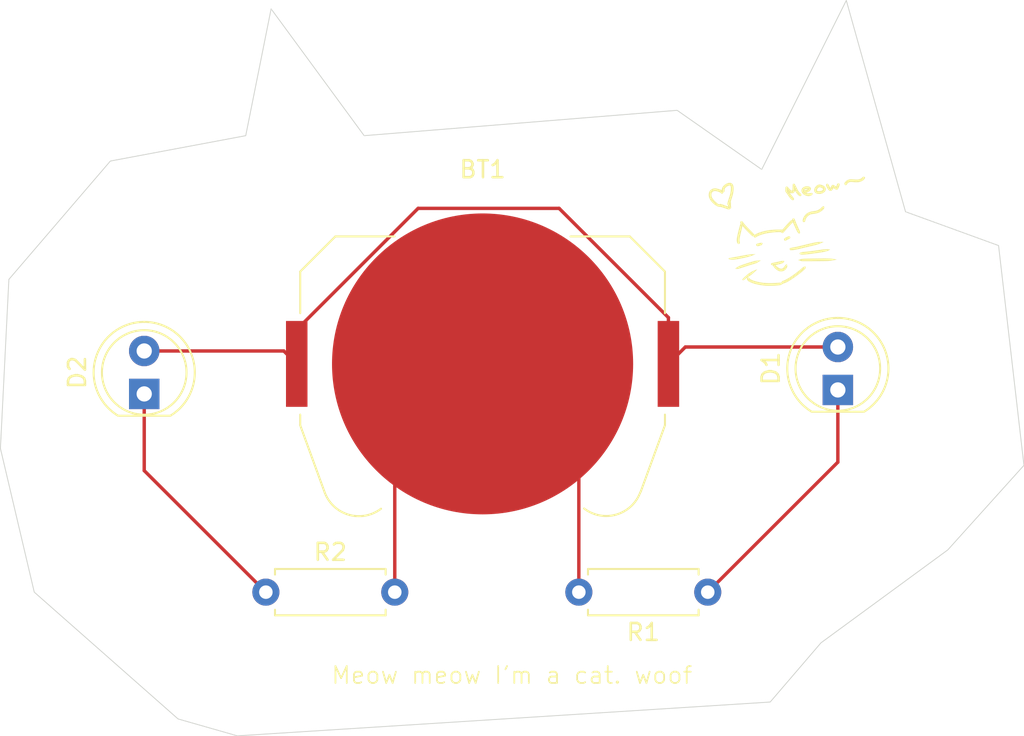
<source format=kicad_pcb>
(kicad_pcb (version 20241229) (generator "pcbnew") (generator_version "9.0")
  (layers (0 "F.Cu" signal) (2 "B.Cu" signal) (13 "F.Paste" user) (15 "B.Paste" user) (5 "F.SilkS" user "F.Silkscreen") (7 "B.SilkS" user "B.Silkscreen") (1 "F.Mask" user) (3 "B.Mask" user) (25 "Edge.Cuts" user))
  (net 0 "")
  (net 1 "Net-(BT1-+)")
  (net 2 "Net-(BT1--)")
  (net 3 "Net-(D1-K)")
  (net 4 "Net-(D2-K)")
  (footprint "Battery:BatteryHolder_Keystone_3034_1x20mm" (layer "F.Cu") (at 54.5 64.5)
    (property "Reference" "BT1" (at 0 -11.5 0) (layer "F.SilkS"))
    (property "Value" "Battery_Cell")
    (fp_line (start -10.78 -5.46) (end -10.78 -3) (stroke (width 0.12)) (layer "F.SilkS"))
    (fp_line (start -10.78 3) (end -10.78 3.63) (stroke (width 0.12)) (layer "F.SilkS"))
    (fp_line (start -10.78 3.63) (end -9.34 7.58) (stroke (width 0.12)) (layer "F.SilkS"))
    (fp_line (start -8.7 -7.54) (end -10.78 -5.46) (stroke (width 0.12)) (layer "F.SilkS"))
    (fp_line (start -5.2 -7.54) (end -8.7 -7.54) (stroke (width 0.12)) (layer "F.SilkS"))
    (fp_line (start 8.7 -7.54) (end 5.2 -7.54) (stroke (width 0.12)) (layer "F.SilkS"))
    (fp_line (start 8.7 -7.54) (end 10.78 -5.46) (stroke (width 0.12)) (layer "F.SilkS"))
    (fp_line (start 10.78 -5.46) (end 10.78 -3) (stroke (width 0.12)) (layer "F.SilkS"))
    (fp_line (start 10.78 3) (end 10.78 3.63) (stroke (width 0.12)) (layer "F.SilkS"))
    (fp_line (start 10.78 3.63) (end 9.34 7.58) (stroke (width 0.12)) (layer "F.SilkS"))
    (fp_arc (start -6.003354 8.56653) (mid -7.921654 8.918738) (end -9.34 7.58) (stroke (width 0.12)) (layer "F.SilkS"))
    (fp_arc (start 9.325243 7.588169) (mid 7.90634 8.911668) (end 6 8.55) (stroke (width 0.12)) (layer "F.SilkS"))
    (pad "1" smd rect (at -10.985 0) (size 1.27 5.08) (layers "F.Cu" "F.Mask" "F.Paste") (net 1 "Net-(BT1-+)"))
    (pad "1" smd rect (at 10.985 0) (size 1.27 5.08) (layers "F.Cu" "F.Mask" "F.Paste") (net 1 "Net-(BT1-+)"))
    (pad "2" smd circle (at 0 0) (size 17.8 17.8) (layers "F.Cu" "F.Mask") (net 2 "Net-(BT1--)"))
  )
  (footprint "LED_THT:LED_D5.0mm" (layer "F.Cu") (at 75.5 66.04 90)
    (property "Reference" "D1" (at 1.27 -3.96 90) (layer "F.SilkS"))
    (property "Value" "LED")
    (fp_line (start -1.29 -1.545) (end -1.29 1.545) (stroke (width 0.12)) (layer "F.SilkS"))
    (fp_arc (start -1.29 -1.54483) (mid 2.071779 -2.880495) (end 4.26 0) (stroke (width 0.12)) (layer "F.SilkS"))
    (fp_arc (start 4.26 0) (mid 2.071779 2.880495) (end -1.29 1.54483) (stroke (width 0.12)) (layer "F.SilkS"))
    (fp_circle (center 1.27 0) (end 3.77 0) (stroke (width 0.12)) (fill no) (layer "F.SilkS"))
    (pad "1" thru_hole rect (at 0 0 90) (size 1.8 1.8) (drill 0.9) (layers "*.Cu" "*.Mask") (net 3 "Net-(D1-K)"))
    (pad "2" thru_hole circle (at 2.54 0 90) (size 1.8 1.8) (drill 0.9) (layers "*.Cu" "*.Mask") (net 1 "Net-(BT1-+)"))
  )
  (footprint "Resistor_THT:R_Axial_DIN0207_L6.3mm_D2.5mm_P7.62mm_Horizontal" (layer "F.Cu") (at 41.69 78)
    (property "Reference" "R2" (at 3.81 -2.37 0) (layer "F.SilkS"))
    (property "Value" "R")
    (fp_line (start 0.54 -1.37) (end 7.08 -1.37) (stroke (width 0.12)) (layer "F.SilkS"))
    (fp_line (start 0.54 -1.04) (end 0.54 -1.37) (stroke (width 0.12)) (layer "F.SilkS"))
    (fp_line (start 0.54 1.04) (end 0.54 1.37) (stroke (width 0.12)) (layer "F.SilkS"))
    (fp_line (start 0.54 1.37) (end 7.08 1.37) (stroke (width 0.12)) (layer "F.SilkS"))
    (fp_line (start 7.08 -1.37) (end 7.08 -1.04) (stroke (width 0.12)) (layer "F.SilkS"))
    (fp_line (start 7.08 1.37) (end 7.08 1.04) (stroke (width 0.12)) (layer "F.SilkS"))
    (pad "1" thru_hole circle (at 0 0) (size 1.6 1.6) (drill 0.8) (layers "*.Cu" "*.Mask") (net 4 "Net-(D2-K)"))
    (pad "2" thru_hole circle (at 7.62 0) (size 1.6 1.6) (drill 0.8) (layers "*.Cu" "*.Mask") (net 2 "Net-(BT1--)"))
  )
  (footprint "LED_THT:LED_D5.0mm" (layer "F.Cu") (at 34.5 66.275 90)
    (property "Reference" "D2" (at 1.27 -3.96 90) (layer "F.SilkS"))
    (property "Value" "LED")
    (fp_line (start -1.29 -1.545) (end -1.29 1.545) (stroke (width 0.12)) (layer "F.SilkS"))
    (fp_arc (start -1.29 -1.54483) (mid 2.071779 -2.880495) (end 4.26 0) (stroke (width 0.12)) (layer "F.SilkS"))
    (fp_arc (start 4.26 0) (mid 2.071779 2.880495) (end -1.29 1.54483) (stroke (width 0.12)) (layer "F.SilkS"))
    (fp_circle (center 1.27 0) (end 3.77 0) (stroke (width 0.12)) (fill no) (layer "F.SilkS"))
    (pad "1" thru_hole rect (at 0 0 90) (size 1.8 1.8) (drill 0.9) (layers "*.Cu" "*.Mask") (net 4 "Net-(D2-K)"))
    (pad "2" thru_hole circle (at 2.54 0 90) (size 1.8 1.8) (drill 0.9) (layers "*.Cu" "*.Mask") (net 1 "Net-(BT1-+)"))
  )
  (footprint "LOGO" (layer "F.Cu") (at 72 58)
    (property "Reference" "G***" (hide yes))
    (property "Value" "LOGO" (hide yes))
    (fp_poly (pts (xy -1.000216 0.367266) (xy -1.001825 0.374234) (xy -1.00803 0.37508) (xy -1.017678 0.370792) (xy -1.015844 0.367266) (xy -1.001934 0.365863)) (fill yes) (layer "F.SilkS"))
    (fp_poly (pts (xy -0.9884 -0.657646) (xy -0.986809 -0.657125) (xy -0.940131 -0.64172) (xy -0.957666 -0.59924) (xy -0.975482 -0.562165) (xy -0.996292 -0.536523) (xy -1.026018 -0.517742) (xy -1.070584 -0.501243) (xy -1.09338 -0.494407) (xy -1.163106 -0.475609) (xy -1.21488 -0.465253) (xy -1.252437 -0.462878) (xy -1.279512 -0.468022) (xy -1.285576 -0.470673) (xy -1.308431 -0.490545) (xy -1.325401 -0.517902) (xy -1.33096 -0.556071) (xy -1.314552 -0.588347) (xy -1.277166 -0.613586) (xy -1.229668 -0.628644) (xy -1.179117 -0.639767) (xy -1.123457 -0.652177) (xy -1.099877 -0.657491) (xy -1.055409 -0.665621) (xy -1.021929 -0.665684)) (fill yes) (layer "F.SilkS"))
    (fp_poly (pts (xy 0.632354 -1.047187) (xy 0.659466 -1.028581) (xy 0.681941 -1.005965) (xy 0.69155 -0.986209) (xy 0.691555 -0.985883) (xy 0.685422 -0.953548) (xy 0.664976 -0.925375) (xy 0.627148 -0.898287) (xy 0.580447 -0.874466) (xy 0.53465 -0.852108) (xy 0.493587 -0.829961) (xy 0.464851 -0.812167) (xy 0.461138 -0.809406) (xy 0.422876 -0.789843) (xy 0.382903 -0.785975) (xy 0.348756 -0.797683) (xy 0.334721 -0.811376) (xy 0.31725 -0.852787) (xy 0.323005 -0.89288) (xy 0.351766 -0.930326) (xy 0.354568 -0.932756) (xy 0.384294 -0.953701) (xy 0.426517 -0.978191) (xy 0.475227 -1.003341) (xy 0.524417 -1.026262) (xy 0.568079 -1.044069) (xy 0.600205 -1.053876) (xy 0.608835 -1.054915)) (fill yes) (layer "F.SilkS"))
    (fp_poly (pts (xy -1.370111 1.013949) (xy -1.468371 1.105219) (xy -1.559418 1.183491) (xy -1.650326 1.254353) (xy -1.748167 1.323395) (xy -1.828519 1.376167) (xy -1.862471 1.399083) (xy -1.907027 1.430709) (xy -1.954266 1.46539) (xy -1.969791 1.477069) (xy -2.021225 1.514865) (xy -2.058727 1.538954) (xy -2.086051 1.551014) (xy -2.106954 1.552723) (xy -2.124481 1.546173) (xy -2.140716 1.533133) (xy -2.146327 1.517034) (xy -2.139989 1.495827) (xy -2.120374 1.467464) (xy -2.086153 1.429896) (xy -2.036 1.381074) (xy -1.989687 1.338178) (xy -1.933729 1.287822) (xy -1.878002 1.239141) (xy -1.827068 1.196019) (xy -1.785491 1.16234) (xy -1.764459 1.146505) (xy -1.690129 1.097947) (xy -1.604854 1.049017) (xy -1.515987 1.00349) (xy -1.430886 0.965138) (xy -1.358389 0.938203) (xy -1.25748 0.90628)) (fill yes) (layer "F.SilkS"))
    (fp_poly (pts (xy -1.416899 0.030578) (xy -1.466234 0.050501) (xy -1.517842 0.073412) (xy -1.541687 0.084901) (xy -1.593139 0.106744) (xy -1.664807 0.131185) (xy -1.753699 0.157492) (xy -1.856825 0.18493) (xy -1.971196 0.212769) (xy -2.093821 0.240274) (xy -2.221711 0.266714) (xy -2.351875 0.291355) (xy -2.461062 0.310174) (xy -2.564537 0.325548) (xy -2.651135 0.334456) (xy -2.726459 0.337081) (xy -2.796113 0.333606) (xy -2.865699 0.324213) (xy -2.869637 0.323528) (xy -2.920744 0.311279) (xy -2.949882 0.296147) (xy -2.955831 0.288917) (xy -2.961571 0.268468) (xy -2.951184 0.252681) (xy -2.92236 0.240033) (xy -2.872789 0.228997) (xy -2.862378 0.227212) (xy -2.82519 0.220761) (xy -2.76874 0.210628) (xy -2.696796 0.197513) (xy -2.613125 0.182118) (xy -2.521495 0.165143) (xy -2.425672 0.147288) (xy -2.329425 0.129254) (xy -2.236521 0.111743) (xy -2.150728 0.095455) (xy -2.075812 0.08109) (xy -2.052286 0.076535) (xy -1.860177 0.042836) (xy -1.688159 0.020256) (xy -1.53645 0.00882) (xy -1.486887 0.007437) (xy -1.350378 0.00557)) (fill yes) (layer "F.SilkS"))
    (fp_poly (pts (xy 2.926834 -0.285559) (xy 2.986071 -0.280726) (xy 3.006487 -0.277303) (xy 3.053354 -0.267435) (xy 3.018209 -0.249702) (xy 2.984373 -0.231013) (xy 2.947194 -0.208286) (xy 2.942039 -0.204926) (xy 2.896881 -0.18257) (xy 2.829002 -0.159862) (xy 2.739118 -0.136978) (xy 2.627945 -0.114091) (xy 2.496198 -0.091377) (xy 2.443885 -0.083278) (xy 2.252563 -0.055065) (xy 2.076144 -0.030292) (xy 1.915594 -0.009064) (xy 1.771883 0.008518) (xy 1.645976 0.022349) (xy 1.538843 0.032326) (xy 1.451451 0.038346) (xy 1.384767 0.040306) (xy 1.339758 0.038101) (xy 1.327727 0.035953) (xy 1.27438 0.017444) (xy 1.242696 -0.004762) (xy 1.231517 -0.029008) (xy 1.239686 -0.053636) (xy 1.266043 -0.076987) (xy 1.30943 -0.097402) (xy 1.368689 -0.113223) (xy 1.438389 -0.122469) (xy 1.548592 -0.132293) (xy 1.67682 -0.145686) (xy 1.818041 -0.162004) (xy 1.967218 -0.180603) (xy 2.119319 -0.200839) (xy 2.269308 -0.222068) (xy 2.412151 -0.243646) (xy 2.514213 -0.260112) (xy 2.593889 -0.271174) (xy 2.680501 -0.279443) (xy 2.768537 -0.284725) (xy 2.852485 -0.286828)) (fill yes) (layer "F.SilkS"))
    (fp_poly (pts (xy -1.107661 0.41587) (xy -1.155708 0.443213) (xy -1.205366 0.474997) (xy -1.234338 0.495692) (xy -1.300263 0.53469) (xy -1.387811 0.567516) (xy -1.392575 0.568939) (xy -1.519402 0.606581) (xy -1.629253 0.639612) (xy -1.727715 0.669775) (xy -1.820374 0.698817) (xy -1.91282 0.728482) (xy -2.010638 0.760516) (xy -2.086387 0.785646) (xy -2.179147 0.816172) (xy -2.253376 0.839619) (xy -2.312575 0.85691) (xy -2.360246 0.86897) (xy -2.399891 0.876725) (xy -2.435011 0.881099) (xy -2.452495 0.882337) (xy -2.496208 0.88395) (xy -2.530097 0.883764) (xy -2.548028 0.881849) (xy -2.549196 0.88123) (xy -2.555048 0.866973) (xy -2.54533 0.848782) (xy -2.518186 0.824474) (xy -2.475028 0.794034) (xy -2.42783 0.763858) (xy -2.379095 0.734628) (xy -2.338854 0.712349) (xy -2.336557 0.711175) (xy -2.299545 0.694711) (xy -2.243302 0.67272) (xy -2.171079 0.646304) (xy -2.086129 0.616565) (xy -1.991707 0.584604) (xy -1.891065 0.551525) (xy -1.787456 0.518429) (xy -1.684133 0.486419) (xy -1.590035 0.458262) (xy -1.509856 0.434912) (xy -1.447207 0.4174) (xy -1.397171 0.4048) (xy -1.354833 0.396187) (xy -1.315276 0.390638) (xy -1.273585 0.387226) (xy -1.224842 0.385029) (xy -1.19557 0.384074) (xy -1.037333 0.379192)) (fill yes) (layer "F.SilkS"))
    (fp_poly (pts (xy 5.031126 -4.580761) (xy 5.070167 -4.56559) (xy 5.091456 -4.544438) (xy 5.115779 -4.511717) (xy 5.087776 -4.458932) (xy 5.044251 -4.399842) (xy 4.980965 -4.346644) (xy 4.901317 -4.301576) (xy 4.808702 -4.266879) (xy 4.787612 -4.261038) (xy 4.727265 -4.250462) (xy 4.649557 -4.244721) (xy 4.560077 -4.243883) (xy 4.464417 -4.248016) (xy 4.377332 -4.25608) (xy 4.295435 -4.262467) (xy 4.23012 -4.259167) (xy 4.176133 -4.24502) (xy 4.12822 -4.218864) (xy 4.097027 -4.194157) (xy 4.068663 -4.166749) (xy 4.049367 -4.143435) (xy 4.043839 -4.131604) (xy 4.034879 -4.11389) (xy 4.013696 -4.092561) (xy 3.988839 -4.074875) (xy 3.969 -4.068076) (xy 3.948795 -4.073484) (xy 3.930391 -4.081216) (xy 3.902738 -4.106274) (xy 3.886557 -4.144187) (xy 3.885591 -4.185675) (xy 3.886534 -4.189899) (xy 3.901269 -4.218994) (xy 3.930367 -4.256191) (xy 3.968766 -4.296471) (xy 4.011405 -4.334812) (xy 4.053221 -4.366193) (xy 4.079769 -4.38156) (xy 4.130224 -4.402533) (xy 4.181601 -4.416282) (xy 4.238858 -4.423279) (xy 4.306952 -4.423993) (xy 4.39084 -4.418894) (xy 4.432768 -4.415055) (xy 4.549925 -4.406551) (xy 4.648148 -4.406563) (xy 4.730592 -4.415767) (xy 4.800416 -4.43484) (xy 4.860777 -4.464458) (xy 4.914832 -4.505297) (xy 4.932634 -4.522155) (xy 4.967501 -4.555126) (xy 4.992762 -4.573557) (xy 5.013996 -4.580768)) (fill yes) (layer "F.SilkS"))
    (fp_poly (pts (xy 2.487389 -4.103163) (xy 2.566377 -4.079907) (xy 2.640955 -4.044058) (xy 2.705288 -3.997902) (xy 2.753543 -3.943724) (xy 2.756241 -3.939574) (xy 2.783172 -3.877777) (xy 2.787947 -3.814828) (xy 2.771611 -3.752951) (xy 2.735206 -3.694367) (xy 2.679775 -3.641298) (xy 2.606363 -3.595967) (xy 2.59161 -3.588933) (xy 2.524056 -3.566727) (xy 2.445776 -3.554713) (xy 2.365016 -3.553159) (xy 2.290023 -3.562332) (xy 2.239864 -3.577515) (xy 2.174639 -3.615654) (xy 2.129239 -3.665812) (xy 2.104256 -3.7266) (xy 2.102001 -3.766342) (xy 2.262842 -3.766342) (xy 2.268104 -3.750747) (xy 2.289617 -3.732275) (xy 2.327784 -3.721783) (xy 2.385011 -3.718759) (xy 2.414582 -3.71956) (xy 2.471243 -3.724877) (xy 2.518113 -3.734666) (xy 2.540246 -3.743093) (xy 2.581604 -3.770274) (xy 2.611557 -3.800944) (xy 2.625215 -3.829868) (xy 2.625565 -3.834471) (xy 2.615029 -3.858195) (xy 2.587049 -3.884061) (xy 2.547063 -3.909124) (xy 2.50051 -3.930439) (xy 2.45283 -3.94506) (xy 2.412063 -3.95007) (xy 2.378701 -3.940665) (xy 2.343765 -3.915892) (xy 2.310984 -3.880912) (xy 2.284085 -3.840886) (xy 2.266795 -3.800976) (xy 2.262842 -3.766342) (xy 2.102001 -3.766342) (xy 2.100283 -3.796633) (xy 2.115685 -3.868007) (xy 2.139424 -3.917579) (xy 2.176535 -3.970316) (xy 2.221896 -4.020846) (xy 2.270386 -4.063795) (xy 2.316881 -4.093793) (xy 2.33952 -4.102762) (xy 2.409826 -4.111543)) (fill yes) (layer "F.SilkS"))
    (fp_poly (pts (xy 2.675247 -2.836927) (xy 2.684039 -2.815839) (xy 2.691121 -2.789384) (xy 2.697817 -2.751331) (xy 2.697012 -2.72012) (xy 2.686425 -2.69112) (xy 2.663777 -2.659705) (xy 2.626791 -2.621244) (xy 2.592332 -2.588748) (xy 2.511324 -2.522177) (xy 2.425495 -2.469463) (xy 2.330546 -2.428805) (xy 2.222173 -2.398405) (xy 2.096075 -2.376463) (xy 2.079676 -2.37433) (xy 2.004582 -2.364282) (xy 1.947706 -2.354907) (xy 1.903911 -2.344855) (xy 1.868062 -2.332777) (xy 1.835021 -2.317325) (xy 1.810647 -2.303681) (xy 1.754946 -2.263546) (xy 1.701624 -2.211703) (xy 1.654194 -2.153034) (xy 1.61617 -2.09242) (xy 1.591062 -2.034741) (xy 1.582372 -1.986465) (xy 1.573571 -1.943101) (xy 1.550465 -1.908753) (xy 1.517994 -1.887777) (xy 1.481101 -1.884529) (xy 1.470175 -1.887564) (xy 1.440991 -1.903766) (xy 1.424816 -1.928757) (xy 1.419642 -1.967464) (xy 1.421605 -2.006655) (xy 1.438963 -2.087107) (xy 1.47499 -2.171368) (xy 1.526552 -2.254642) (xy 1.590513 -2.332132) (xy 1.663738 -2.39904) (xy 1.691342 -2.419324) (xy 1.791007 -2.474008) (xy 1.90715 -2.512183) (xy 2.025414 -2.53234) (xy 2.143399 -2.5488) (xy 2.242618 -2.57161) (xy 2.327291 -2.602508) (xy 2.401638 -2.643233) (xy 2.469877 -2.695524) (xy 2.507403 -2.730914) (xy 2.556792 -2.776785) (xy 2.597367 -2.806779) (xy 2.623519 -2.818517) (xy 2.651735 -2.827999) (xy 2.668468 -2.839596) (xy 2.668622 -2.839837)) (fill yes) (layer "F.SilkS"))
    (fp_poly (pts (xy 2.597313 -0.718131) (xy 2.599517 -0.717922) (xy 2.661379 -0.711651) (xy 2.599517 -0.684814) (xy 2.561043 -0.668054) (xy 2.509586 -0.645545) (xy 2.453615 -0.620995) (xy 2.426564 -0.609104) (xy 2.366369 -0.584696) (xy 2.300937 -0.561445) (xy 2.241235 -0.543149) (xy 2.221442 -0.538075) (xy 2.080153 -0.504756) (xy 1.940864 -0.471857) (xy 1.806543 -0.440083) (xy 1.680161 -0.410137) (xy 1.564687 -0.382724) (xy 1.463091 -0.358548) (xy 1.378343 -0.338315) (xy 1.313413 -0.322727) (xy 1.312782 -0.322575) (xy 1.196329 -0.294912) (xy 1.099173 -0.272868) (xy 1.018012 -0.255816) (xy 0.949547 -0.243132) (xy 0.890477 -0.234192) (xy 0.837503 -0.22837) (xy 0.801494 -0.22577) (xy 0.750031 -0.22332) (xy 0.716312 -0.223604) (xy 0.69472 -0.227427) (xy 0.679634 -0.235592) (xy 0.66963 -0.244629) (xy 0.64794 -0.276428) (xy 0.648346 -0.309587) (xy 0.656301 -0.328028) (xy 0.671154 -0.344311) (xy 0.698707 -0.358122) (xy 0.742152 -0.370532) (xy 0.804681 -0.382612) (xy 0.83221 -0.387045) (xy 0.892829 -0.397238) (xy 0.962343 -0.410504) (xy 1.043137 -0.427369) (xy 1.137597 -0.448359) (xy 1.24811 -0.474001) (xy 1.37706 -0.504823) (xy 1.488601 -0.531972) (xy 1.636217 -0.56803) (xy 1.763276 -0.598816) (xy 1.871957 -0.624778) (xy 1.964437 -0.646364) (xy 2.042896 -0.66402) (xy 2.10951 -0.678194) (xy 2.166458 -0.689334) (xy 2.215918 -0.697888) (xy 2.260068 -0.704302) (xy 2.301086 -0.709025) (xy 2.34115 -0.712504) (xy 2.379418 -0.715013) (xy 2.444365 -0.718033) (xy 2.50685 -0.719619) (xy 2.560093 -0.719682)) (fill yes) (layer "F.SilkS"))
    (fp_poly (pts (xy 3.576007 -4.177028) (xy 3.585164 -4.166215) (xy 3.602559 -4.138223) (xy 3.608761 -4.108558) (xy 3.603903 -4.070827) (xy 3.588258 -4.019038) (xy 3.561526 -3.950027) (xy 3.532596 -3.890248) (xy 3.503885 -3.844081) (xy 3.477807 -3.815909) (xy 3.475318 -3.814172) (xy 3.435015 -3.80086) (xy 3.386694 -3.808789) (xy 3.329846 -3.838086) (xy 3.303883 -3.856358) (xy 3.242509 -3.902474) (xy 3.206556 -3.838016) (xy 3.165255 -3.779142) (xy 3.119853 -3.742373) (xy 3.071305 -3.728074) (xy 3.020564 -3.736611) (xy 2.987727 -3.753995) (xy 2.959815 -3.780039) (xy 2.926658 -3.82202) (xy 2.891735 -3.874115) (xy 2.858525 -3.930503) (xy 2.830506 -3.98536) (xy 2.811157 -4.032865) (xy 2.804331 -4.060972) (xy 2.803154 -4.09771) (xy 2.811761 -4.12231) (xy 2.823457 -4.13624) (xy 2.850594 -4.154512) (xy 2.875529 -4.161053) (xy 2.899898 -4.15336) (xy 2.926702 -4.134957) (xy 2.94738 -4.112851) (xy 2.953761 -4.097002) (xy 2.959282 -4.082283) (xy 2.973622 -4.05435) (xy 2.993445 -4.018876) (xy 3.015415 -3.981537) (xy 3.036196 -3.948005) (xy 3.052452 -3.923954) (xy 3.060739 -3.91505) (xy 3.068905 -3.924835) (xy 3.082405 -3.950287) (xy 3.09422 -3.976442) (xy 3.12158 -4.03216) (xy 3.148994 -4.067712) (xy 3.179601 -4.086174) (xy 3.210951 -4.090725) (xy 3.255278 -4.081333) (xy 3.307476 -4.054885) (xy 3.36263 -4.013974) (xy 3.371794 -4.005905) (xy 3.390351 -3.990779) (xy 3.400271 -3.991492) (xy 3.408325 -4.004644) (xy 3.418296 -4.027985) (xy 3.431455 -4.063759) (xy 3.439114 -4.086416) (xy 3.46024 -4.137377) (xy 3.485941 -4.169588) (xy 3.520295 -4.187737) (xy 3.529488 -4.190325) (xy 3.554888 -4.19154)) (fill yes) (layer "F.SilkS"))
    (fp_poly (pts (xy 1.735772 -4.004404) (xy 1.795788 -3.991501) (xy 1.843494 -3.967764) (xy 1.873412 -3.942684) (xy 1.897892 -3.91562) (xy 1.908418 -3.892854) (xy 1.909007 -3.863637) (xy 1.907721 -3.850889) (xy 1.889688 -3.793028) (xy 1.850292 -3.739849) (xy 1.79144 -3.693184) (xy 1.715038 -3.654865) (xy 1.696654 -3.647947) (xy 1.664856 -3.635072) (xy 1.644702 -3.623957) (xy 1.640978 -3.619575) (xy 1.651555 -3.609605) (xy 1.678713 -3.600592) (xy 1.715592 -3.593778) (xy 1.755333 -3.590405) (xy 1.791075 -3.591715) (xy 1.793232 -3.592012) (xy 1.872055 -3.602399) (xy 1.930299 -3.607373) (xy 1.970178 -3.607005) (xy 1.993906 -3.601362) (xy 1.998506 -3.598407) (xy 2.014577 -3.572595) (xy 2.008348 -3.540205) (xy 1.979777 -3.501072) (xy 1.972104 -3.493144) (xy 1.919565 -3.456148) (xy 1.852056 -3.432575) (xy 1.774429 -3.423328) (xy 1.691531 -3.429309) (xy 1.661442 -3.435338) (xy 1.59729 -3.45751) (xy 1.529259 -3.492581) (xy 1.467811 -3.534907) (xy 1.452106 -3.548283) (xy 1.396956 -3.6107) (xy 1.3633 -3.676412) (xy 1.349951 -3.742777) (xy 1.352299 -3.768958) (xy 1.513174 -3.768958) (xy 1.524819 -3.765167) (xy 1.532556 -3.766902) (xy 1.556855 -3.773751) (xy 1.591313 -3.783247) (xy 1.599953 -3.785602) (xy 1.642707 -3.800518) (xy 1.684328 -3.819861) (xy 1.687863 -3.821837) (xy 1.728887 -3.845325) (xy 1.650148 -3.84149) (xy 1.602946 -3.837487) (xy 1.571554 -3.829615) (xy 1.548395 -3.815658) (xy 1.541726 -3.80977) (xy 1.518974 -3.784592) (xy 1.513174 -3.768958) (xy 1.352299 -3.768958) (xy 1.355724 -3.807155) (xy 1.379433 -3.866907) (xy 1.419893 -3.919393) (xy 1.475917 -3.961971) (xy 1.546321 -3.992003) (xy 1.629917 -4.006848) (xy 1.65856 -4.007956)) (fill yes) (layer "F.SilkS"))
    (fp_poly (pts (xy 2.841414 0.259969) (xy 2.921376 0.261237) (xy 2.990442 0.263323) (xy 3.050701 0.266295) (xy 3.104245 0.270224) (xy 3.153163 0.275179) (xy 3.199547 0.28123) (xy 3.245486 0.288446) (xy 3.293071 0.296897) (xy 3.311259 0.300303) (xy 3.357404 0.309405) (xy 3.395859 0.31767) (xy 3.419769 0.323605) (xy 3.422612 0.324529) (xy 3.423154 0.330182) (xy 3.401001 0.338416) (xy 3.356028 0.34926) (xy 3.288106 0.362741) (xy 3.19711 0.378888) (xy 3.123719 0.391122) (xy 3.088038 0.39685) (xy 3.054901 0.401782) (xy 3.022242 0.405995) (xy 2.987999 0.409564) (xy 2.950107 0.412564) (xy 2.906502 0.415072) (xy 2.85512 0.417163) (xy 2.793897 0.418913) (xy 2.720769 0.420397) (xy 2.633671 0.421692) (xy 2.530541 0.422872) (xy 2.409313 0.424014) (xy 2.267925 0.425194) (xy 2.174296 0.425937) (xy 2.041214 0.426902) (xy 1.914672 0.427662) (xy 1.796679 0.428214) (xy 1.689247 0.428557) (xy 1.594386 0.428689) (xy 1.514105 0.428607) (xy 1.450415 0.428311) (xy 1.405327 0.427797) (xy 1.38085 0.427064) (xy 1.377249 0.426702) (xy 1.312939 0.411306) (xy 1.255236 0.395999) (xy 1.20804 0.381956) (xy 1.17525 0.370352) (xy 1.160767 0.36236) (xy 1.160406 0.361403) (xy 1.167147 0.351757) (xy 1.188867 0.340611) (xy 1.227805 0.327141) (xy 1.286204 0.310525) (xy 1.330364 0.298996) (xy 1.351993 0.29362) (xy 1.372942 0.288983) (xy 1.395119 0.285008) (xy 1.420432 0.281616) (xy 1.45079 0.278732) (xy 1.488101 0.276276) (xy 1.534274 0.274172) (xy 1.591217 0.272341) (xy 1.660838 0.270707) (xy 1.745047 0.269192) (xy 1.84575 0.267718) (xy 1.964858 0.266207) (xy 2.104278 0.264582) (xy 2.204989 0.263448) (xy 2.370791 0.261674) (xy 2.515243 0.26037) (xy 2.640438 0.259605) (xy 2.748465 0.259448)) (fill yes) (layer "F.SilkS"))
    (fp_poly (pts (xy 0.260551 0.401111) (xy 0.29817 0.40481) (xy 0.32547 0.40944) (xy 0.334674 0.412815) (xy 0.335246 0.428173) (xy 0.323695 0.453835) (xy 0.304044 0.48311) (xy 0.280317 0.509307) (xy 0.272753 0.515765) (xy 0.246481 0.534245) (xy 0.216208 0.550364) (xy 0.178024 0.565506) (xy 0.128017 0.581055) (xy 0.062275 0.598395) (xy -0.010328 0.615912) (xy -0.069885 0.630138) (xy -0.120822 0.64272) (xy -0.159016 0.652606) (xy -0.180346 0.658747) (xy -0.183346 0.66001) (xy -0.178162 0.669944) (xy -0.158101 0.690249) (xy -0.127292 0.717568) (xy -0.089859 0.748546) (xy -0.04993 0.779824) (xy -0.011631 0.808047) (xy 0.02091 0.829859) (xy 0.036221 0.838606) (xy 0.102506 0.862299) (xy 0.167217 0.867043) (xy 0.225399 0.852791) (xy 0.247343 0.840696) (xy 0.272543 0.818479) (xy 0.304347 0.782989) (xy 0.336956 0.740848) (xy 0.345777 0.728269) (xy 0.376281 0.686771) (xy 0.406299 0.651196) (xy 0.43067 0.627505) (xy 0.436617 0.623297) (xy 0.459094 0.606562) (xy 0.469081 0.592551) (xy 0.469108 0.592139) (xy 0.473436 0.594536) (xy 0.484215 0.613766) (xy 0.492551 0.631298) (xy 0.511225 0.684844) (xy 0.512883 0.732022) (xy 0.497599 0.782512) (xy 0.49375 0.791186) (xy 0.445028 0.874157) (xy 0.383262 0.94153) (xy 0.311258 0.991333) (xy 0.231822 1.021593) (xy 0.153434 1.030464) (xy 0.107999 1.028514) (xy 0.067807 1.024461) (xy 0.045183 1.020085) (xy -0.036646 0.985422) (xy -0.119045 0.932611) (xy -0.196497 0.866142) (xy -0.263489 0.790506) (xy -0.297109 0.741376) (xy -0.32356 0.701265) (xy -0.34547 0.677734) (xy -0.367823 0.665942) (xy -0.377195 0.663587) (xy -0.421168 0.646868) (xy -0.448962 0.619316) (xy -0.45713 0.589448) (xy -0.44973 0.568309) (xy -0.426365 0.549256) (xy -0.385291 0.531586) (xy -0.324759 0.514597) (xy -0.243025 0.497589) (xy -0.216844 0.492858) (xy -0.14346 0.478758) (xy -0.06089 0.461053) (xy 0.018378 0.442491) (xy 0.058606 0.432234) (xy 0.132492 0.414111) (xy 0.190186 0.403774) (xy 0.237285 0.400361)) (fill yes) (layer "F.SilkS"))
    (fp_poly (pts (xy 1.59263 0.79043) (xy 1.59472 0.849482) (xy 1.501846 0.938329) (xy 1.433089 1.00066) (xy 1.348775 1.071533) (xy 1.252437 1.148398) (xy 1.147606 1.228704) (xy 1.037815 1.309897) (xy 0.926596 1.389428) (xy 0.817481 1.464745) (xy 0.714002 1.533295) (xy 0.619692 1.592527) (xy 0.538083 1.63989) (xy 0.509875 1.654895) (xy 0.455438 1.681223) (xy 0.399384 1.70559) (xy 0.350784 1.724147) (xy 0.334112 1.729476) (xy 0.285537 1.745981) (xy 0.240553 1.767619) (xy 0.191194 1.798593) (xy 0.156393 1.823241) (xy 0.130191 1.833921) (xy 0.083691 1.843989) (xy 0.020035 1.853274) (xy -0.057637 1.861606) (xy -0.146182 1.868813) (xy -0.24246 1.874725) (xy -0.343331 1.87917) (xy -0.445652 1.881978) (xy -0.546283 1.882978) (xy -0.642083 1.881999) (xy -0.72991 1.87887) (xy -0.791186 1.874799) (xy -0.966602 1.855861) (xy -1.135593 1.829363) (xy -1.295209 1.796065) (xy -1.442497 1.756727) (xy -1.574506 1.712108) (xy -1.688284 1.662969) (xy -1.754573 1.626852) (xy -1.810024 1.585872) (xy -1.849158 1.541475) (xy -1.870723 1.496577) (xy -1.873466 1.454094) (xy -1.856137 1.416941) (xy -1.848276 1.408596) (xy -1.811497 1.386851) (xy -1.774172 1.387237) (xy -1.74007 1.408846) (xy -1.718039 1.440031) (xy -1.691646 1.470371) (xy -1.644573 1.502152) (xy -1.579469 1.534523) (xy -1.498984 1.566629) (xy -1.405768 1.597619) (xy -1.302471 1.626638) (xy -1.191741 1.652835) (xy -1.07623 1.675356) (xy -0.958585 1.693347) (xy -0.91426 1.698775) (xy -0.767852 1.711572) (xy -0.60866 1.71876) (xy -0.446511 1.720182) (xy -0.29123 1.715682) (xy -0.205123 1.710049) (xy -0.130918 1.704427) (xy -0.057107 1.699642) (xy 0.009848 1.696057) (xy 0.063482 1.694036) (xy 0.084989 1.693724) (xy 0.130603 1.693404) (xy 0.157635 1.691375) (xy 0.170944 1.686032) (xy 0.175389 1.675771) (xy 0.175829 1.66373) (xy 0.181483 1.631667) (xy 0.200899 1.60771) (xy 0.237717 1.588621) (xy 0.273139 1.577166) (xy 0.34081 1.552603) (xy 0.423306 1.513622) (xy 0.518293 1.461779) (xy 0.623438 1.398628) (xy 0.736407 1.325725) (xy 0.854866 1.244625) (xy 0.976481 1.156882) (xy 1.098919 1.064051) (xy 1.219846 0.967689) (xy 1.336928 0.869349) (xy 1.342022 0.864943) (xy 1.396098 0.818625) (xy 1.436574 0.785646) (xy 1.467187 0.763562) (xy 1.49167 0.749927) (xy 1.513757 0.742298) (xy 1.535189 0.738478) (xy 1.59054 0.731377)) (fill yes) (layer "F.SilkS"))
    (fp_poly (pts (xy 0.931629 -4.155675) (xy 0.94793 -4.145269) (xy 0.956964 -4.130303) (xy 0.974541 -4.097738) (xy 0.998871 -4.05102) (xy 1.028165 -3.993593) (xy 1.060633 -3.928901) (xy 1.06696 -3.916178) (xy 1.104262 -3.841712) (xy 1.134087 -3.784372) (xy 1.159031 -3.740116) (xy 1.181684 -3.7049) (xy 1.20464 -3.674681) (xy 1.230492 -3.645416) (xy 1.260419 -3.614487) (xy 1.303087 -3.569699) (xy 1.330245 -3.53656) (xy 1.344359 -3.511669) (xy 1.347946 -3.493757) (xy 1.33788 -3.456523) (xy 1.311837 -3.43067) (xy 1.276055 -3.42008) (xy 1.240547 -3.426867) (xy 1.198734 -3.452763) (xy 1.150468 -3.494682) (xy 1.100176 -3.547885) (xy 1.052288 -3.607632) (xy 1.011232 -3.669183) (xy 1.006358 -3.677541) (xy 0.970002 -3.741083) (xy 0.949538 -3.69613) (xy 0.919417 -3.643724) (xy 0.883486 -3.611339) (xy 0.836593 -3.595562) (xy 0.793188 -3.592571) (xy 0.749649 -3.594157) (xy 0.712039 -3.598259) (xy 0.693479 -3.602471) (xy 0.674437 -3.607764) (xy 0.673267 -3.599862) (xy 0.679496 -3.587342) (xy 0.691407 -3.569591) (xy 0.715153 -3.537622) (xy 0.747728 -3.495363) (xy 0.786129 -3.446746) (xy 0.803523 -3.425065) (xy 0.851828 -3.363674) (xy 0.885417 -3.316536) (xy 0.90542 -3.280628) (xy 0.912969 -3.252931) (xy 0.909198 -3.230423) (xy 0.895237 -3.210084) (xy 0.887131 -3.201951) (xy 0.853771 -3.180522) (xy 0.819199 -3.180391) (xy 0.779282 -3.20159) (xy 0.777548 -3.202859) (xy 0.736136 -3.239572) (xy 0.687458 -3.292882) (xy 0.635028 -3.358569) (xy 0.582359 -3.432414) (xy 0.566728 -3.456003) (xy 0.530632 -3.510025) (xy 0.490584 -3.567718) (xy 0.453693 -3.618896) (xy 0.444026 -3.631823) (xy 0.414443 -3.672439) (xy 0.397619 -3.700756) (xy 0.391063 -3.722275) (xy 0.392284 -3.742499) (xy 0.392801 -3.744947) (xy 0.396569 -3.77485) (xy 0.398741 -3.818339) (xy 0.398885 -3.86216) (xy 0.399135 -3.908591) (xy 0.403243 -3.938692) (xy 0.412683 -3.959454) (xy 0.421747 -3.970582) (xy 0.448641 -3.992646) (xy 0.475971 -3.998877) (xy 0.506539 -3.988218) (xy 0.543146 -3.959614) (xy 0.588593 -3.912012) (xy 0.594213 -3.905615) (xy 0.656641 -3.836683) (xy 0.707205 -3.787533) (xy 0.747057 -3.758446) (xy 0.777352 -3.74971) (xy 0.799244 -3.761607) (xy 0.813885 -3.794423) (xy 0.82243 -3.848443) (xy 0.826033 -3.923951) (xy 0.826349 -3.962892) (xy 0.827083 -4.034399) (xy 0.829464 -4.085501) (xy 0.833763 -4.119197) (xy 0.840248 -4.138483) (xy 0.842436 -4.141642) (xy 0.866356 -4.155779) (xy 0.899777 -4.160584)) (fill yes) (layer "F.SilkS"))
    (fp_poly (pts (xy -2.805739 -4.198938) (xy -2.75095 -4.164626) (xy -2.708551 -4.111252) (xy -2.678876 -4.039294) (xy -2.662263 -3.949229) (xy -2.659044 -3.841535) (xy -2.661405 -3.796071) (xy -2.669684 -3.706956) (xy -2.681923 -3.622813) (xy -2.699413 -3.537791) (xy -2.723441 -3.44604) (xy -2.755297 -3.341709) (xy -2.77429 -3.283818) (xy -2.8004 -3.20272) (xy -2.818474 -3.140069) (xy -2.828242 -3.096903) (xy -2.829437 -3.074258) (xy -2.828929 -3.072835) (xy -2.824732 -3.053035) (xy -2.821228 -3.016138) (xy -2.818928 -2.968492) (xy -2.818384 -2.94204) (xy -2.816803 -2.886441) (xy -2.813648 -2.833561) (xy -2.80949 -2.792042) (xy -2.807686 -2.78061) (xy -2.803462 -2.744931) (xy -2.80883 -2.721606) (xy -2.819205 -2.707352) (xy -2.840514 -2.689842) (xy -2.855947 -2.684172) (xy -2.870345 -2.677392) (xy -2.871712 -2.672752) (xy -2.88107 -2.660835) (xy -2.903086 -2.645531) (xy -2.928673 -2.632217) (xy -2.948747 -2.626265) (xy -2.950249 -2.626293) (xy -2.963648 -2.630313) (xy -2.99565 -2.641119) (xy -3.042815 -2.657513) (xy -3.101706 -2.678295) (xy -3.168884 -2.70227) (xy -3.185874 -2.708371) (xy -3.268798 -2.737729) (xy -3.333986 -2.759559) (xy -3.385494 -2.774972) (xy -3.427379 -2.785078) (xy -3.463699 -2.790986) (xy -3.498062 -2.793787) (xy -3.549281 -2.798019) (xy -3.589678 -2.807203) (xy -3.630608 -2.82464) (xy -3.661891 -2.841411) (xy -3.76155 -2.905718) (xy -3.855932 -2.982939) (xy -3.941634 -3.069249) (xy -4.015253 -3.160819) (xy -4.073388 -3.253824) (xy -4.112636 -3.344436) (xy -4.114588 -3.350589) (xy -4.133551 -3.443317) (xy -4.13418 -3.488166) (xy -3.972475 -3.488166) (xy -3.964851 -3.423756) (xy -3.95189 -3.377681) (xy -3.915197 -3.304302) (xy -3.860264 -3.225836) (xy -3.790528 -3.146129) (xy -3.709423 -3.069022) (xy -3.620385 -2.998362) (xy -3.600161 -2.984124) (xy -3.559619 -2.956663) (xy -3.533414 -2.941025) (xy -3.516709 -2.935538) (xy -3.504669 -2.938532) (xy -3.493586 -2.947316) (xy -3.476983 -2.958083) (xy -3.455244 -2.962874) (xy -3.425524 -2.961107) (xy -3.384977 -2.9522) (xy -3.330759 -2.935571) (xy -3.260024 -2.910636) (xy -3.194047 -2.885992) (xy -3.131593 -2.862533) (xy -3.076444 -2.842229) (xy -3.032464 -2.82647) (xy -3.003517 -2.816647) (xy -2.993886 -2.814) (xy -2.986261 -2.823539) (xy -2.986758 -2.850528) (xy -2.986854 -2.851195) (xy -2.996248 -2.881998) (xy -3.01105 -2.90292) (xy -3.011197 -2.903029) (xy -3.024615 -2.92108) (xy -3.029997 -2.950986) (xy -3.027051 -2.994503) (xy -3.015484 -3.053388) (xy -2.995004 -3.129396) (xy -2.965317 -3.224283) (xy -2.949959 -3.270405) (xy -2.90703 -3.402951) (xy -2.873879 -3.518255) (xy -2.849704 -3.619998) (xy -2.833705 -3.711857) (xy -2.825082 -3.797512) (xy -2.823029 -3.853426) (xy -2.824842 -3.931873) (xy -2.832831 -3.989408) (xy -2.847691 -4.027913) (xy -2.870116 -4.049268) (xy -2.897646 -4.055382) (xy -2.936875 -4.048508) (xy -2.986356 -4.029714) (xy -3.038762 -4.002585) (xy -3.086764 -3.970711) (xy -3.109499 -3.951652) (xy -3.154536 -3.905764) (xy -3.182318 -3.866328) (xy -3.195574 -3.827544) (xy -3.197033 -3.78361) (xy -3.195593 -3.76868) (xy -3.195424 -3.714636) (xy -3.210285 -3.677571) (xy -3.240986 -3.655825) (xy -3.25238 -3.652293) (xy -3.274511 -3.640865) (xy -3.281957 -3.627511) (xy -3.2917 -3.60284) (xy -3.315036 -3.579285) (xy -3.343126 -3.564769) (xy -3.353634 -3.563268) (xy -3.376074 -3.571525) (xy -3.404027 -3.592384) (xy -3.415983 -3.60427) (xy -3.453949 -3.633983) (xy -3.509135 -3.662297) (xy -3.575322 -3.687334) (xy -3.646293 -3.707219) (xy -3.715828 -3.720073) (xy -3.777711 -3.72402) (xy -3.805446 -3.721834) (xy -3.85968 -3.703236) (xy -3.909772 -3.667663) (xy -3.947884 -3.621287) (xy -3.957676 -3.601921) (xy -3.970166 -3.550749) (xy -3.972475 -3.488166) (xy -4.13418 -3.488166) (xy -4.13486 -3.536698) (xy -4.119245 -3.625642) (xy -4.087432 -3.705057) (xy -4.057406 -3.750417) (xy -3.994495 -3.810617) (xy -3.917788 -3.854626) (xy -3.832086 -3.880524) (xy -3.74219 -3.886391) (xy -3.721505 -3.884713) (xy -3.665275 -3.875602) (xy -3.597993 -3.860305) (xy -3.52807 -3.84114) (xy -3.463919 -3.820428) (xy -3.413953 -3.800488) (xy -3.411074 -3.799119) (xy -3.36667 -3.777665) (xy -3.361037 -3.827642) (xy -3.341496 -3.902591) (xy -3.301938 -3.976109) (xy -3.24573 -4.045068) (xy -3.176234 -4.106343) (xy -3.096817 -4.156806) (xy -3.010843 -4.193333) (xy -2.951144 -4.208471) (xy -2.872582 -4.213712)) (fill yes) (layer "F.SilkS"))
    (fp_poly (pts (xy 0.900193 -2.114535) (xy 0.924618 -2.098207) (xy 0.945032 -2.065442) (xy 0.953467 -2.045194) (xy 1.004765 -1.915592) (xy 1.0652 -1.771538) (xy 1.132263 -1.618924) (xy 1.173856 -1.527404) (xy 1.212622 -1.440993) (xy 1.240709 -1.372726) (xy 1.258706 -1.320187) (xy 1.267202 -1.280965) (xy 1.266786 -1.252644) (xy 1.258046 -1.23281) (xy 1.248036 -1.22322) (xy 1.224018 -1.210096) (xy 1.201527 -1.211114) (xy 1.174064 -1.227746) (xy 1.154016 -1.244493) (xy 1.13485 -1.264922) (xy 1.113189 -1.29542) (xy 1.08808 -1.337827) (xy 1.058573 -1.393984) (xy 1.023719 -1.465733) (xy 0.982566 -1.554916) (xy 0.934164 -1.663374) (xy 0.913486 -1.71045) (xy 0.839476 -1.879553) (xy 0.718534 -1.753527) (xy 0.671616 -1.703572) (xy 0.614523 -1.64112) (xy 0.552155 -1.571627) (xy 0.48941 -1.500552) (xy 0.433137 -1.435625) (xy 0.38348 -1.378548) (xy 0.337714 -1.327556) (xy 0.298406 -1.285382) (xy 0.268126 -1.254759) (xy 0.249442 -1.238422) (xy 0.246136 -1.236591) (xy 0.215396 -1.237342) (xy 0.181485 -1.253002) (xy 0.15621 -1.276603) (xy 0.136423 -1.286441) (xy 0.095989 -1.292692) (xy 0.037406 -1.295489) (xy -0.036828 -1.294963) (xy -0.124213 -1.291247) (xy -0.222253 -1.284473) (xy -0.328448 -1.274772) (xy -0.4403 -1.262277) (xy -0.555311 -1.247119) (xy -0.63881 -1.234608) (xy -0.747122 -1.214387) (xy -0.858019 -1.187993) (xy -0.967369 -1.15683) (xy -1.071045 -1.122302) (xy -1.164916 -1.085812) (xy -1.244852 -1.048764) (xy -1.306724 -1.012561) (xy -1.319648 -1.003227) (xy -1.351647 -0.980531) (xy -1.377546 -0.965252) (xy -1.389076 -0.961145) (xy -1.410569 -0.9689) (xy -1.436036 -0.987332) (xy -1.457036 -1.009196) (xy -1.46516 -1.026463) (xy -1.47551 -1.039621) (xy -1.496668 -1.043194) (xy -1.527136 -1.049761) (xy -1.561518 -1.065929) (xy -1.567203 -1.069567) (xy -1.588762 -1.087132) (xy -1.623522 -1.11898) (xy -1.668674 -1.162266) (xy -1.721412 -1.214148) (xy -1.778927 -1.271783) (xy -1.838411 -1.332327) (xy -1.897057 -1.392936) (xy -1.952057 -1.450767) (xy -2.000603 -1.502977) (xy -2.039888 -1.546723) (xy -2.050438 -1.55893) (xy -2.083145 -1.596671) (xy -2.110457 -1.62705) (xy -2.128681 -1.646021) (xy -2.133795 -1.650278) (xy -2.141479 -1.642849) (xy -2.147786 -1.620975) (xy -2.152056 -1.600606) (xy -2.161027 -1.561071) (xy -2.173852 -1.505981) (xy -2.189686 -1.438946) (xy -2.207685 -1.363577) (xy -2.219914 -1.312783) (xy -2.248911 -1.190929) (xy -2.272032 -1.089284) (xy -2.289665 -1.005464) (xy -2.302193 -0.937088) (xy -2.310003 -0.881771) (xy -2.313479 -0.837133) (xy -2.313007 -0.800789) (xy -2.308973 -0.770356) (xy -2.308213 -0.766741) (xy -2.29631 -0.710951) (xy -2.28983 -0.673182) (xy -2.288998 -0.648596) (xy -2.29404 -0.632355) (xy -2.30518 -0.619623) (xy -2.315449 -0.61121) (xy -2.344403 -0.59185) (xy -2.368209 -0.588522) (xy -2.397893 -0.600287) (xy -2.404174 -0.603642) (xy -2.434197 -0.632383) (xy -2.45709 -0.679797) (xy -2.471992 -0.74197) (xy -2.478041 -0.814987) (xy -2.474378 -0.894932) (xy -2.472195 -0.912974) (xy -2.463745 -0.96611) (xy -2.451114 -1.032907) (xy -2.435085 -1.110198) (xy -2.416438 -1.194816) (xy -2.395957 -1.283595) (xy -2.374423 -1.373366) (xy -2.352617 -1.460962) (xy -2.331323 -1.543217) (xy -2.31132 -1.616964) (xy -2.293393 -1.679034) (xy -2.278322 -1.726262) (xy -2.266889 -1.755479) (xy -2.262403 -1.762757) (xy -2.248943 -1.779225) (xy -2.247561 -1.795201) (xy -2.257792 -1.820725) (xy -2.259539 -1.824404) (xy -2.271204 -1.868183) (xy -2.264547 -1.904443) (xy -2.244064 -1.93103) (xy -2.214254 -1.945787) (xy -2.179613 -1.946558) (xy -2.144641 -1.931189) (xy -2.113835 -1.897523) (xy -2.112281 -1.894981) (xy -2.08204 -1.850784) (xy -2.035886 -1.792289) (xy -1.975186 -1.721038) (xy -1.901309 -1.638575) (xy -1.81562 -1.546442) (xy -1.719488 -1.446183) (xy -1.667925 -1.393481) (xy -1.607088 -1.331233) (xy -1.551997 -1.273977) (xy -1.504718 -1.223932) (xy -1.467319 -1.183316) (xy -1.441866 -1.154351) (xy -1.430427 -1.139255) (xy -1.429996 -1.13798) (xy -1.421515 -1.136077) (xy -1.399712 -1.145982) (xy -1.38018 -1.158248) (xy -1.31038 -1.199077) (xy -1.221124 -1.24015) (xy -1.116345 -1.280134) (xy -0.999976 -1.317695) (xy -0.87595 -1.351497) (xy -0.748202 -1.380207) (xy -0.697416 -1.38988) (xy -0.51486 -1.418291) (xy -0.334198 -1.436757) (xy -0.146258 -1.446063) (xy -0.023443 -1.447578) (xy 0.228564 -1.447578) (xy 0.263728 -1.488293) (xy 0.366539 -1.606688) (xy 0.455534 -1.707715) (xy 0.531587 -1.792276) (xy 0.595573 -1.861272) (xy 0.648367 -1.915605) (xy 0.690842 -1.956175) (xy 0.723873 -1.983884) (xy 0.748334 -1.999633) (xy 0.764393 -2.004338) (xy 0.785739 -2.008349) (xy 0.797149 -2.024813) (xy 0.80215 -2.045451) (xy 0.818617 -2.085654) (xy 0.847256 -2.111102) (xy 0.883038 -2.118253)) (fill yes) (layer "F.SilkS"))
  )
  (footprint "Resistor_THT:R_Axial_DIN0207_L6.3mm_D2.5mm_P7.62mm_Horizontal" (layer "F.Cu") (at 67.81 78 180)
    (property "Reference" "R1" (at 3.81 -2.37 0) (layer "F.SilkS"))
    (property "Value" "R")
    (fp_line (start 7.08 1.37) (end 7.08 1.04) (stroke (width 0.12)) (layer "F.SilkS"))
    (fp_line (start 7.08 -1.37) (end 7.08 -1.04) (stroke (width 0.12)) (layer "F.SilkS"))
    (fp_line (start 0.54 1.37) (end 7.08 1.37) (stroke (width 0.12)) (layer "F.SilkS"))
    (fp_line (start 0.54 1.04) (end 0.54 1.37) (stroke (width 0.12)) (layer "F.SilkS"))
    (fp_line (start 0.54 -1.04) (end 0.54 -1.37) (stroke (width 0.12)) (layer "F.SilkS"))
    (fp_line (start 0.54 -1.37) (end 7.08 -1.37) (stroke (width 0.12)) (layer "F.SilkS"))
    (pad "1" thru_hole circle (at 0 0 180) (size 1.6 1.6) (drill 0.8) (layers "*.Cu" "*.Mask") (net 3 "Net-(D1-K)"))
    (pad "2" thru_hole circle (at 7.62 0 180) (size 1.6 1.6) (drill 0.8) (layers "*.Cu" "*.Mask") (net 2 "Net-(BT1--)"))
  )
  (gr_poly (pts (xy 36.5 85.5) (xy 28 78) (xy 26 69.5) (xy 26.5 59.5) (xy 32.5 52.5) (xy 40.5 51) (xy 42 43.5) (xy 47.5 51) (xy 66 49.5) (xy 71 53) (xy 76 43) (xy 79.5 55.5) (xy 85 57.5) (xy 86.5 70.5) (xy 82 75.5) (xy 74.5 81) (xy 71.5 84.5) (xy 40 86.5)) (stroke (width 0.05)) (fill no) (layer "Edge.Cuts"))
  (gr_text "Meow meow I'm a cat. woof" (at 45.5 83.5 0) (layer "F.SilkS") (effects (font (size 1 1) (thickness 0.1)) (justify left bottom)))
  (segment (start 59.024 55.299) (end 65.485 61.76) (width 0.2) (layer "F.Cu") (net 1))
  (segment (start 43.515 64.5) (end 43.515 62.472821) (width 0.2) (layer "F.Cu") (net 1))
  (segment (start 43.515 62.472821) (end 50.688821 55.299) (width 0.2) (layer "F.Cu") (net 1))
  (segment (start 34.5 63.735) (end 42.75 63.735) (width 0.2) (layer "F.Cu") (net 1))
  (segment (start 75.5 63.5) (end 66.485 63.5) (width 0.2) (layer "F.Cu") (net 1))
  (segment (start 42.75 63.735) (end 43.515 64.5) (width 0.2) (layer "F.Cu") (net 1))
  (segment (start 66.485 63.5) (end 65.485 64.5) (width 0.2) (layer "F.Cu") (net 1))
  (segment (start 65.485 61.76) (end 65.485 64.5) (width 0.2) (layer "F.Cu") (net 1))
  (segment (start 50.688821 55.299) (end 59.024 55.299) (width 0.2) (layer "F.Cu") (net 1))
  (segment (start 60.19 70.19) (end 54.5 64.5) (width 0.2) (layer "F.Cu") (net 2))
  (segment (start 49.31 69.69) (end 54.5 64.5) (width 0.2) (layer "F.Cu") (net 2))
  (segment (start 49.31 78) (end 49.31 69.69) (width 0.2) (layer "F.Cu") (net 2))
  (segment (start 60.19 78) (end 60.19 70.19) (width 0.2) (layer "F.Cu") (net 2))
  (segment (start 75.5 70.31) (end 75.5 66.04) (width 0.2) (layer "F.Cu") (net 3))
  (segment (start 67.81 78) (end 75.5 70.31) (width 0.2) (layer "F.Cu") (net 3))
  (segment (start 34.5 66.275) (end 34.5 70.81) (width 0.2) (layer "F.Cu") (net 4))
  (segment (start 34.5 70.81) (end 41.69 78) (width 0.2) (layer "F.Cu") (net 4))
)
</source>
